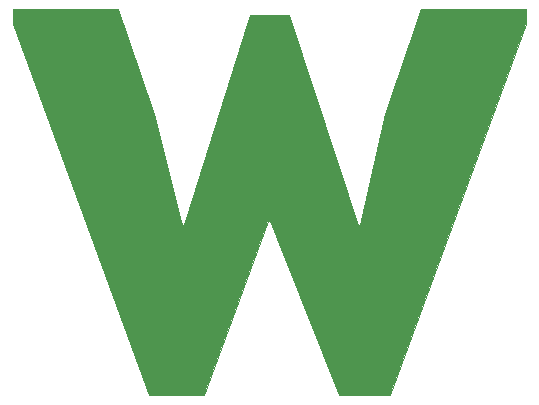
<source format=gto>
G04 #@! TF.FileFunction,Legend,Top*
%FSLAX46Y46*%
G04 Gerber Fmt 4.6, Leading zero omitted, Abs format (unit mm)*
G04 Created by KiCad (PCBNEW 4.0.0-rc2-stable) date 3/3/2016 3:48:47 PM*
%MOMM*%
G01*
G04 APERTURE LIST*
%ADD10C,0.150000*%
%ADD11C,0.025400*%
G04 APERTURE END LIST*
D10*
D11*
G36*
X63272561Y-27577093D02*
X65681583Y-37028341D01*
X65683773Y-37032882D01*
X65687558Y-37036213D01*
X65693809Y-37037904D01*
X65834059Y-37038804D01*
X65839006Y-37037835D01*
X65843186Y-37035018D01*
X65846262Y-37029892D01*
X71402977Y-19247455D01*
X74718141Y-19247455D01*
X80553073Y-37029267D01*
X80555564Y-37033649D01*
X80559564Y-37036718D01*
X80565068Y-37038007D01*
X80706418Y-37038804D01*
X80711365Y-37037831D01*
X80715543Y-37035011D01*
X80718879Y-37028898D01*
X82850629Y-27577029D01*
X85905338Y-18737554D01*
X94822380Y-18737554D01*
X94822380Y-20019385D01*
X83245137Y-51419177D01*
X78909028Y-51419177D01*
X73074452Y-36649139D01*
X73071706Y-36644911D01*
X73067531Y-36642085D01*
X73062741Y-36641105D01*
X72968141Y-36640353D01*
X72963192Y-36641315D01*
X72959007Y-36644126D01*
X72956117Y-36648679D01*
X67537821Y-51419177D01*
X62879158Y-51419177D01*
X51347516Y-20019348D01*
X51347516Y-18737554D01*
X60217842Y-18737554D01*
X63272561Y-27577093D01*
X63272561Y-27577093D01*
G37*
X63272561Y-27577093D02*
X65681583Y-37028341D01*
X65683773Y-37032882D01*
X65687558Y-37036213D01*
X65693809Y-37037904D01*
X65834059Y-37038804D01*
X65839006Y-37037835D01*
X65843186Y-37035018D01*
X65846262Y-37029892D01*
X71402977Y-19247455D01*
X74718141Y-19247455D01*
X80553073Y-37029267D01*
X80555564Y-37033649D01*
X80559564Y-37036718D01*
X80565068Y-37038007D01*
X80706418Y-37038804D01*
X80711365Y-37037831D01*
X80715543Y-37035011D01*
X80718879Y-37028898D01*
X82850629Y-27577029D01*
X85905338Y-18737554D01*
X94822380Y-18737554D01*
X94822380Y-20019385D01*
X83245137Y-51419177D01*
X78909028Y-51419177D01*
X73074452Y-36649139D01*
X73071706Y-36644911D01*
X73067531Y-36642085D01*
X73062741Y-36641105D01*
X72968141Y-36640353D01*
X72963192Y-36641315D01*
X72959007Y-36644126D01*
X72956117Y-36648679D01*
X67537821Y-51419177D01*
X62879158Y-51419177D01*
X51347516Y-20019348D01*
X51347516Y-18737554D01*
X60217842Y-18737554D01*
X63272561Y-27577093D01*
M02*

</source>
